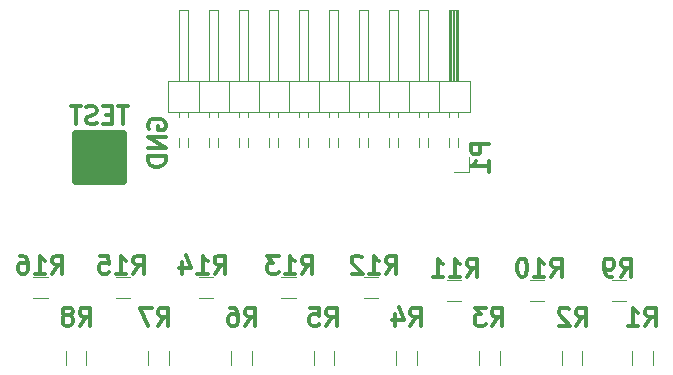
<source format=gbr>
G04 #@! TF.FileFunction,Legend,Bot*
%FSLAX46Y46*%
G04 Gerber Fmt 4.6, Leading zero omitted, Abs format (unit mm)*
G04 Created by KiCad (PCBNEW 4.0.5) date 05/28/17 12:44:24*
%MOMM*%
%LPD*%
G01*
G04 APERTURE LIST*
%ADD10C,0.150000*%
%ADD11C,0.304800*%
%ADD12C,0.120000*%
%ADD13C,0.650000*%
G04 APERTURE END LIST*
D10*
D11*
X15146000Y-3570858D02*
X15073429Y-3425715D01*
X15073429Y-3208001D01*
X15146000Y-2990286D01*
X15291143Y-2845144D01*
X15436286Y-2772572D01*
X15726571Y-2700001D01*
X15944286Y-2700001D01*
X16234571Y-2772572D01*
X16379714Y-2845144D01*
X16524857Y-2990286D01*
X16597429Y-3208001D01*
X16597429Y-3353144D01*
X16524857Y-3570858D01*
X16452286Y-3643429D01*
X15944286Y-3643429D01*
X15944286Y-3353144D01*
X16597429Y-4296572D02*
X15073429Y-4296572D01*
X16597429Y-5167429D01*
X15073429Y-5167429D01*
X16597429Y-5893143D02*
X15073429Y-5893143D01*
X15073429Y-6256000D01*
X15146000Y-6473715D01*
X15291143Y-6618857D01*
X15436286Y-6691429D01*
X15726571Y-6764000D01*
X15944286Y-6764000D01*
X16234571Y-6691429D01*
X16379714Y-6618857D01*
X16524857Y-6473715D01*
X16597429Y-6256000D01*
X16597429Y-5893143D01*
D12*
X57880000Y-23600000D02*
X57880000Y-22400000D01*
X56120000Y-22400000D02*
X56120000Y-23600000D01*
X51880000Y-23600000D02*
X51880000Y-22400000D01*
X50120000Y-22400000D02*
X50120000Y-23600000D01*
X44880000Y-23600000D02*
X44880000Y-22400000D01*
X43120000Y-22400000D02*
X43120000Y-23600000D01*
X37880000Y-23600000D02*
X37880000Y-22400000D01*
X36120000Y-22400000D02*
X36120000Y-23600000D01*
X30880000Y-23600000D02*
X30880000Y-22400000D01*
X29120000Y-22400000D02*
X29120000Y-23600000D01*
X23880000Y-23600000D02*
X23880000Y-22400000D01*
X22120000Y-22400000D02*
X22120000Y-23600000D01*
X16880000Y-23600000D02*
X16880000Y-22400000D01*
X15120000Y-22400000D02*
X15120000Y-23600000D01*
X9880000Y-23600000D02*
X9880000Y-22400000D01*
X8120000Y-22400000D02*
X8120000Y-23600000D01*
X55600000Y-16370000D02*
X54400000Y-16370000D01*
X54400000Y-18130000D02*
X55600000Y-18130000D01*
X48600000Y-16370000D02*
X47400000Y-16370000D01*
X47400000Y-18130000D02*
X48600000Y-18130000D01*
X41600000Y-16370000D02*
X40400000Y-16370000D01*
X40400000Y-18130000D02*
X41600000Y-18130000D01*
X34600000Y-16120000D02*
X33400000Y-16120000D01*
X33400000Y-17880000D02*
X34600000Y-17880000D01*
X27600000Y-16120000D02*
X26400000Y-16120000D01*
X26400000Y-17880000D02*
X27600000Y-17880000D01*
X20600000Y-16120000D02*
X19400000Y-16120000D01*
X19400000Y-17880000D02*
X20600000Y-17880000D01*
X13600000Y-16120000D02*
X12400000Y-16120000D01*
X12400000Y-17880000D02*
X13600000Y-17880000D01*
X6600000Y-16120000D02*
X5400000Y-16120000D01*
X5400000Y-17880000D02*
X6600000Y-17880000D01*
X42330000Y-2120000D02*
X39730000Y-2120000D01*
X39730000Y-2120000D02*
X39730000Y500000D01*
X39730000Y500000D02*
X42330000Y500000D01*
X42330000Y500000D02*
X42330000Y-2120000D01*
X41380000Y500000D02*
X40620000Y500000D01*
X40620000Y500000D02*
X40620000Y6500000D01*
X40620000Y6500000D02*
X41380000Y6500000D01*
X41380000Y6500000D02*
X41380000Y500000D01*
X41380000Y-2550000D02*
X41380000Y-2120000D01*
X40620000Y-2550000D02*
X40620000Y-2120000D01*
X41380000Y-5090000D02*
X41380000Y-4370000D01*
X40620000Y-5090000D02*
X40620000Y-4370000D01*
X41260000Y500000D02*
X41260000Y6500000D01*
X41140000Y500000D02*
X41140000Y6500000D01*
X41020000Y500000D02*
X41020000Y6500000D01*
X40900000Y500000D02*
X40900000Y6500000D01*
X40780000Y500000D02*
X40780000Y6500000D01*
X40660000Y500000D02*
X40660000Y6500000D01*
X39730000Y-2120000D02*
X37190000Y-2120000D01*
X37190000Y-2120000D02*
X37190000Y500000D01*
X37190000Y500000D02*
X39730000Y500000D01*
X39730000Y500000D02*
X39730000Y-2120000D01*
X38840000Y500000D02*
X38080000Y500000D01*
X38080000Y500000D02*
X38080000Y6500000D01*
X38080000Y6500000D02*
X38840000Y6500000D01*
X38840000Y6500000D02*
X38840000Y500000D01*
X38840000Y-2550000D02*
X38840000Y-2120000D01*
X38080000Y-2550000D02*
X38080000Y-2120000D01*
X38840000Y-5090000D02*
X38840000Y-4370000D01*
X38080000Y-5090000D02*
X38080000Y-4370000D01*
X37190000Y-2120000D02*
X34650000Y-2120000D01*
X34650000Y-2120000D02*
X34650000Y500000D01*
X34650000Y500000D02*
X37190000Y500000D01*
X37190000Y500000D02*
X37190000Y-2120000D01*
X36300000Y500000D02*
X35540000Y500000D01*
X35540000Y500000D02*
X35540000Y6500000D01*
X35540000Y6500000D02*
X36300000Y6500000D01*
X36300000Y6500000D02*
X36300000Y500000D01*
X36300000Y-2550000D02*
X36300000Y-2120000D01*
X35540000Y-2550000D02*
X35540000Y-2120000D01*
X36300000Y-5090000D02*
X36300000Y-4370000D01*
X35540000Y-5090000D02*
X35540000Y-4370000D01*
X34650000Y-2120000D02*
X32110000Y-2120000D01*
X32110000Y-2120000D02*
X32110000Y500000D01*
X32110000Y500000D02*
X34650000Y500000D01*
X34650000Y500000D02*
X34650000Y-2120000D01*
X33760000Y500000D02*
X33000000Y500000D01*
X33000000Y500000D02*
X33000000Y6500000D01*
X33000000Y6500000D02*
X33760000Y6500000D01*
X33760000Y6500000D02*
X33760000Y500000D01*
X33760000Y-2550000D02*
X33760000Y-2120000D01*
X33000000Y-2550000D02*
X33000000Y-2120000D01*
X33760000Y-5090000D02*
X33760000Y-4370000D01*
X33000000Y-5090000D02*
X33000000Y-4370000D01*
X32110000Y-2120000D02*
X29570000Y-2120000D01*
X29570000Y-2120000D02*
X29570000Y500000D01*
X29570000Y500000D02*
X32110000Y500000D01*
X32110000Y500000D02*
X32110000Y-2120000D01*
X31220000Y500000D02*
X30460000Y500000D01*
X30460000Y500000D02*
X30460000Y6500000D01*
X30460000Y6500000D02*
X31220000Y6500000D01*
X31220000Y6500000D02*
X31220000Y500000D01*
X31220000Y-2550000D02*
X31220000Y-2120000D01*
X30460000Y-2550000D02*
X30460000Y-2120000D01*
X31220000Y-5090000D02*
X31220000Y-4370000D01*
X30460000Y-5090000D02*
X30460000Y-4370000D01*
X29570000Y-2120000D02*
X27030000Y-2120000D01*
X27030000Y-2120000D02*
X27030000Y500000D01*
X27030000Y500000D02*
X29570000Y500000D01*
X29570000Y500000D02*
X29570000Y-2120000D01*
X28680000Y500000D02*
X27920000Y500000D01*
X27920000Y500000D02*
X27920000Y6500000D01*
X27920000Y6500000D02*
X28680000Y6500000D01*
X28680000Y6500000D02*
X28680000Y500000D01*
X28680000Y-2550000D02*
X28680000Y-2120000D01*
X27920000Y-2550000D02*
X27920000Y-2120000D01*
X28680000Y-5090000D02*
X28680000Y-4370000D01*
X27920000Y-5090000D02*
X27920000Y-4370000D01*
X27030000Y-2120000D02*
X24490000Y-2120000D01*
X24490000Y-2120000D02*
X24490000Y500000D01*
X24490000Y500000D02*
X27030000Y500000D01*
X27030000Y500000D02*
X27030000Y-2120000D01*
X26140000Y500000D02*
X25380000Y500000D01*
X25380000Y500000D02*
X25380000Y6500000D01*
X25380000Y6500000D02*
X26140000Y6500000D01*
X26140000Y6500000D02*
X26140000Y500000D01*
X26140000Y-2550000D02*
X26140000Y-2120000D01*
X25380000Y-2550000D02*
X25380000Y-2120000D01*
X26140000Y-5090000D02*
X26140000Y-4370000D01*
X25380000Y-5090000D02*
X25380000Y-4370000D01*
X24490000Y-2120000D02*
X21950000Y-2120000D01*
X21950000Y-2120000D02*
X21950000Y500000D01*
X21950000Y500000D02*
X24490000Y500000D01*
X24490000Y500000D02*
X24490000Y-2120000D01*
X23600000Y500000D02*
X22840000Y500000D01*
X22840000Y500000D02*
X22840000Y6500000D01*
X22840000Y6500000D02*
X23600000Y6500000D01*
X23600000Y6500000D02*
X23600000Y500000D01*
X23600000Y-2550000D02*
X23600000Y-2120000D01*
X22840000Y-2550000D02*
X22840000Y-2120000D01*
X23600000Y-5090000D02*
X23600000Y-4370000D01*
X22840000Y-5090000D02*
X22840000Y-4370000D01*
X21950000Y-2120000D02*
X19410000Y-2120000D01*
X19410000Y-2120000D02*
X19410000Y500000D01*
X19410000Y500000D02*
X21950000Y500000D01*
X21950000Y500000D02*
X21950000Y-2120000D01*
X21060000Y500000D02*
X20300000Y500000D01*
X20300000Y500000D02*
X20300000Y6500000D01*
X20300000Y6500000D02*
X21060000Y6500000D01*
X21060000Y6500000D02*
X21060000Y500000D01*
X21060000Y-2550000D02*
X21060000Y-2120000D01*
X20300000Y-2550000D02*
X20300000Y-2120000D01*
X21060000Y-5090000D02*
X21060000Y-4370000D01*
X20300000Y-5090000D02*
X20300000Y-4370000D01*
X19410000Y-2120000D02*
X16810000Y-2120000D01*
X16810000Y-2120000D02*
X16810000Y500000D01*
X16810000Y500000D02*
X19410000Y500000D01*
X19410000Y500000D02*
X19410000Y-2120000D01*
X18520000Y500000D02*
X17760000Y500000D01*
X17760000Y500000D02*
X17760000Y6500000D01*
X17760000Y6500000D02*
X18520000Y6500000D01*
X18520000Y6500000D02*
X18520000Y500000D01*
X18520000Y-2550000D02*
X18520000Y-2120000D01*
X17760000Y-2550000D02*
X17760000Y-2120000D01*
X18520000Y-5090000D02*
X18520000Y-4370000D01*
X17760000Y-5090000D02*
X17760000Y-4370000D01*
X41000000Y-7270000D02*
X42270000Y-7270000D01*
X42270000Y-7270000D02*
X42270000Y-6000000D01*
D13*
X9000000Y-4000000D02*
X13000000Y-4000000D01*
X13000000Y-4000000D02*
X13000000Y-8000000D01*
X13000000Y-8000000D02*
X9000000Y-8000000D01*
X9000000Y-8000000D02*
X9000000Y-4000000D01*
X9000000Y-4000000D02*
X9000000Y-4500000D01*
X9000000Y-4500000D02*
X13000000Y-4500000D01*
X13000000Y-4500000D02*
X13000000Y-5000000D01*
X13000000Y-5000000D02*
X9000000Y-5000000D01*
X9000000Y-5000000D02*
X9000000Y-5500000D01*
X9000000Y-5500000D02*
X13000000Y-5500000D01*
X13000000Y-5500000D02*
X13000000Y-6000000D01*
X13000000Y-6000000D02*
X9000000Y-6000000D01*
X9000000Y-6000000D02*
X9000000Y-6500000D01*
X9000000Y-6500000D02*
X12500000Y-6500000D01*
X12500000Y-6500000D02*
X13000000Y-6500000D01*
X13000000Y-6500000D02*
X13000000Y-7000000D01*
X13000000Y-7000000D02*
X9000000Y-7000000D01*
X9000000Y-7000000D02*
X9000000Y-7500000D01*
X9000000Y-7500000D02*
X13000000Y-7500000D01*
D11*
X57200000Y-20233429D02*
X57708000Y-19507714D01*
X58070857Y-20233429D02*
X58070857Y-18709429D01*
X57490285Y-18709429D01*
X57345143Y-18782000D01*
X57272571Y-18854571D01*
X57200000Y-18999714D01*
X57200000Y-19217429D01*
X57272571Y-19362571D01*
X57345143Y-19435143D01*
X57490285Y-19507714D01*
X58070857Y-19507714D01*
X55748571Y-20233429D02*
X56619428Y-20233429D01*
X56184000Y-20233429D02*
X56184000Y-18709429D01*
X56329143Y-18927143D01*
X56474285Y-19072286D01*
X56619428Y-19144857D01*
X51326000Y-20233429D02*
X51834000Y-19507714D01*
X52196857Y-20233429D02*
X52196857Y-18709429D01*
X51616285Y-18709429D01*
X51471143Y-18782000D01*
X51398571Y-18854571D01*
X51326000Y-18999714D01*
X51326000Y-19217429D01*
X51398571Y-19362571D01*
X51471143Y-19435143D01*
X51616285Y-19507714D01*
X52196857Y-19507714D01*
X50745428Y-18854571D02*
X50672857Y-18782000D01*
X50527714Y-18709429D01*
X50164857Y-18709429D01*
X50019714Y-18782000D01*
X49947143Y-18854571D01*
X49874571Y-18999714D01*
X49874571Y-19144857D01*
X49947143Y-19362571D01*
X50818000Y-20233429D01*
X49874571Y-20233429D01*
X44198000Y-20233429D02*
X44706000Y-19507714D01*
X45068857Y-20233429D02*
X45068857Y-18709429D01*
X44488285Y-18709429D01*
X44343143Y-18782000D01*
X44270571Y-18854571D01*
X44198000Y-18999714D01*
X44198000Y-19217429D01*
X44270571Y-19362571D01*
X44343143Y-19435143D01*
X44488285Y-19507714D01*
X45068857Y-19507714D01*
X43690000Y-18709429D02*
X42746571Y-18709429D01*
X43254571Y-19290000D01*
X43036857Y-19290000D01*
X42891714Y-19362571D01*
X42819143Y-19435143D01*
X42746571Y-19580286D01*
X42746571Y-19943143D01*
X42819143Y-20088286D01*
X42891714Y-20160857D01*
X43036857Y-20233429D01*
X43472285Y-20233429D01*
X43617428Y-20160857D01*
X43690000Y-20088286D01*
X37324000Y-20233429D02*
X37832000Y-19507714D01*
X38194857Y-20233429D02*
X38194857Y-18709429D01*
X37614285Y-18709429D01*
X37469143Y-18782000D01*
X37396571Y-18854571D01*
X37324000Y-18999714D01*
X37324000Y-19217429D01*
X37396571Y-19362571D01*
X37469143Y-19435143D01*
X37614285Y-19507714D01*
X38194857Y-19507714D01*
X36017714Y-19217429D02*
X36017714Y-20233429D01*
X36380571Y-18636857D02*
X36743428Y-19725429D01*
X35800000Y-19725429D01*
X30196000Y-20233429D02*
X30704000Y-19507714D01*
X31066857Y-20233429D02*
X31066857Y-18709429D01*
X30486285Y-18709429D01*
X30341143Y-18782000D01*
X30268571Y-18854571D01*
X30196000Y-18999714D01*
X30196000Y-19217429D01*
X30268571Y-19362571D01*
X30341143Y-19435143D01*
X30486285Y-19507714D01*
X31066857Y-19507714D01*
X28817143Y-18709429D02*
X29542857Y-18709429D01*
X29615428Y-19435143D01*
X29542857Y-19362571D01*
X29397714Y-19290000D01*
X29034857Y-19290000D01*
X28889714Y-19362571D01*
X28817143Y-19435143D01*
X28744571Y-19580286D01*
X28744571Y-19943143D01*
X28817143Y-20088286D01*
X28889714Y-20160857D01*
X29034857Y-20233429D01*
X29397714Y-20233429D01*
X29542857Y-20160857D01*
X29615428Y-20088286D01*
X23322000Y-20233429D02*
X23830000Y-19507714D01*
X24192857Y-20233429D02*
X24192857Y-18709429D01*
X23612285Y-18709429D01*
X23467143Y-18782000D01*
X23394571Y-18854571D01*
X23322000Y-18999714D01*
X23322000Y-19217429D01*
X23394571Y-19362571D01*
X23467143Y-19435143D01*
X23612285Y-19507714D01*
X24192857Y-19507714D01*
X22015714Y-18709429D02*
X22306000Y-18709429D01*
X22451143Y-18782000D01*
X22523714Y-18854571D01*
X22668857Y-19072286D01*
X22741428Y-19362571D01*
X22741428Y-19943143D01*
X22668857Y-20088286D01*
X22596285Y-20160857D01*
X22451143Y-20233429D01*
X22160857Y-20233429D01*
X22015714Y-20160857D01*
X21943143Y-20088286D01*
X21870571Y-19943143D01*
X21870571Y-19580286D01*
X21943143Y-19435143D01*
X22015714Y-19362571D01*
X22160857Y-19290000D01*
X22451143Y-19290000D01*
X22596285Y-19362571D01*
X22668857Y-19435143D01*
X22741428Y-19580286D01*
X15940000Y-20233429D02*
X16448000Y-19507714D01*
X16810857Y-20233429D02*
X16810857Y-18709429D01*
X16230285Y-18709429D01*
X16085143Y-18782000D01*
X16012571Y-18854571D01*
X15940000Y-18999714D01*
X15940000Y-19217429D01*
X16012571Y-19362571D01*
X16085143Y-19435143D01*
X16230285Y-19507714D01*
X16810857Y-19507714D01*
X15432000Y-18709429D02*
X14416000Y-18709429D01*
X15069143Y-20233429D01*
X9320000Y-20233429D02*
X9828000Y-19507714D01*
X10190857Y-20233429D02*
X10190857Y-18709429D01*
X9610285Y-18709429D01*
X9465143Y-18782000D01*
X9392571Y-18854571D01*
X9320000Y-18999714D01*
X9320000Y-19217429D01*
X9392571Y-19362571D01*
X9465143Y-19435143D01*
X9610285Y-19507714D01*
X10190857Y-19507714D01*
X8449143Y-19362571D02*
X8594285Y-19290000D01*
X8666857Y-19217429D01*
X8739428Y-19072286D01*
X8739428Y-18999714D01*
X8666857Y-18854571D01*
X8594285Y-18782000D01*
X8449143Y-18709429D01*
X8158857Y-18709429D01*
X8013714Y-18782000D01*
X7941143Y-18854571D01*
X7868571Y-18999714D01*
X7868571Y-19072286D01*
X7941143Y-19217429D01*
X8013714Y-19290000D01*
X8158857Y-19362571D01*
X8449143Y-19362571D01*
X8594285Y-19435143D01*
X8666857Y-19507714D01*
X8739428Y-19652857D01*
X8739428Y-19943143D01*
X8666857Y-20088286D01*
X8594285Y-20160857D01*
X8449143Y-20233429D01*
X8158857Y-20233429D01*
X8013714Y-20160857D01*
X7941143Y-20088286D01*
X7868571Y-19943143D01*
X7868571Y-19652857D01*
X7941143Y-19507714D01*
X8013714Y-19435143D01*
X8158857Y-19362571D01*
X55136000Y-16085429D02*
X55644000Y-15359714D01*
X56006857Y-16085429D02*
X56006857Y-14561429D01*
X55426285Y-14561429D01*
X55281143Y-14634000D01*
X55208571Y-14706571D01*
X55136000Y-14851714D01*
X55136000Y-15069429D01*
X55208571Y-15214571D01*
X55281143Y-15287143D01*
X55426285Y-15359714D01*
X56006857Y-15359714D01*
X54410285Y-16085429D02*
X54120000Y-16085429D01*
X53974857Y-16012857D01*
X53902285Y-15940286D01*
X53757143Y-15722571D01*
X53684571Y-15432286D01*
X53684571Y-14851714D01*
X53757143Y-14706571D01*
X53829714Y-14634000D01*
X53974857Y-14561429D01*
X54265143Y-14561429D01*
X54410285Y-14634000D01*
X54482857Y-14706571D01*
X54555428Y-14851714D01*
X54555428Y-15214571D01*
X54482857Y-15359714D01*
X54410285Y-15432286D01*
X54265143Y-15504857D01*
X53974857Y-15504857D01*
X53829714Y-15432286D01*
X53757143Y-15359714D01*
X53684571Y-15214571D01*
X49241715Y-16085429D02*
X49749715Y-15359714D01*
X50112572Y-16085429D02*
X50112572Y-14561429D01*
X49532000Y-14561429D01*
X49386858Y-14634000D01*
X49314286Y-14706571D01*
X49241715Y-14851714D01*
X49241715Y-15069429D01*
X49314286Y-15214571D01*
X49386858Y-15287143D01*
X49532000Y-15359714D01*
X50112572Y-15359714D01*
X47790286Y-16085429D02*
X48661143Y-16085429D01*
X48225715Y-16085429D02*
X48225715Y-14561429D01*
X48370858Y-14779143D01*
X48516000Y-14924286D01*
X48661143Y-14996857D01*
X46846857Y-14561429D02*
X46701714Y-14561429D01*
X46556571Y-14634000D01*
X46484000Y-14706571D01*
X46411429Y-14851714D01*
X46338857Y-15142000D01*
X46338857Y-15504857D01*
X46411429Y-15795143D01*
X46484000Y-15940286D01*
X46556571Y-16012857D01*
X46701714Y-16085429D01*
X46846857Y-16085429D01*
X46992000Y-16012857D01*
X47064571Y-15940286D01*
X47137143Y-15795143D01*
X47209714Y-15504857D01*
X47209714Y-15142000D01*
X47137143Y-14851714D01*
X47064571Y-14706571D01*
X46992000Y-14634000D01*
X46846857Y-14561429D01*
X42113715Y-16085429D02*
X42621715Y-15359714D01*
X42984572Y-16085429D02*
X42984572Y-14561429D01*
X42404000Y-14561429D01*
X42258858Y-14634000D01*
X42186286Y-14706571D01*
X42113715Y-14851714D01*
X42113715Y-15069429D01*
X42186286Y-15214571D01*
X42258858Y-15287143D01*
X42404000Y-15359714D01*
X42984572Y-15359714D01*
X40662286Y-16085429D02*
X41533143Y-16085429D01*
X41097715Y-16085429D02*
X41097715Y-14561429D01*
X41242858Y-14779143D01*
X41388000Y-14924286D01*
X41533143Y-14996857D01*
X39210857Y-16085429D02*
X40081714Y-16085429D01*
X39646286Y-16085429D02*
X39646286Y-14561429D01*
X39791429Y-14779143D01*
X39936571Y-14924286D01*
X40081714Y-14996857D01*
X35239715Y-15835429D02*
X35747715Y-15109714D01*
X36110572Y-15835429D02*
X36110572Y-14311429D01*
X35530000Y-14311429D01*
X35384858Y-14384000D01*
X35312286Y-14456571D01*
X35239715Y-14601714D01*
X35239715Y-14819429D01*
X35312286Y-14964571D01*
X35384858Y-15037143D01*
X35530000Y-15109714D01*
X36110572Y-15109714D01*
X33788286Y-15835429D02*
X34659143Y-15835429D01*
X34223715Y-15835429D02*
X34223715Y-14311429D01*
X34368858Y-14529143D01*
X34514000Y-14674286D01*
X34659143Y-14746857D01*
X33207714Y-14456571D02*
X33135143Y-14384000D01*
X32990000Y-14311429D01*
X32627143Y-14311429D01*
X32482000Y-14384000D01*
X32409429Y-14456571D01*
X32336857Y-14601714D01*
X32336857Y-14746857D01*
X32409429Y-14964571D01*
X33280286Y-15835429D01*
X32336857Y-15835429D01*
X28111715Y-15835429D02*
X28619715Y-15109714D01*
X28982572Y-15835429D02*
X28982572Y-14311429D01*
X28402000Y-14311429D01*
X28256858Y-14384000D01*
X28184286Y-14456571D01*
X28111715Y-14601714D01*
X28111715Y-14819429D01*
X28184286Y-14964571D01*
X28256858Y-15037143D01*
X28402000Y-15109714D01*
X28982572Y-15109714D01*
X26660286Y-15835429D02*
X27531143Y-15835429D01*
X27095715Y-15835429D02*
X27095715Y-14311429D01*
X27240858Y-14529143D01*
X27386000Y-14674286D01*
X27531143Y-14746857D01*
X26152286Y-14311429D02*
X25208857Y-14311429D01*
X25716857Y-14892000D01*
X25499143Y-14892000D01*
X25354000Y-14964571D01*
X25281429Y-15037143D01*
X25208857Y-15182286D01*
X25208857Y-15545143D01*
X25281429Y-15690286D01*
X25354000Y-15762857D01*
X25499143Y-15835429D01*
X25934571Y-15835429D01*
X26079714Y-15762857D01*
X26152286Y-15690286D01*
X20729715Y-15835429D02*
X21237715Y-15109714D01*
X21600572Y-15835429D02*
X21600572Y-14311429D01*
X21020000Y-14311429D01*
X20874858Y-14384000D01*
X20802286Y-14456571D01*
X20729715Y-14601714D01*
X20729715Y-14819429D01*
X20802286Y-14964571D01*
X20874858Y-15037143D01*
X21020000Y-15109714D01*
X21600572Y-15109714D01*
X19278286Y-15835429D02*
X20149143Y-15835429D01*
X19713715Y-15835429D02*
X19713715Y-14311429D01*
X19858858Y-14529143D01*
X20004000Y-14674286D01*
X20149143Y-14746857D01*
X17972000Y-14819429D02*
X17972000Y-15835429D01*
X18334857Y-14238857D02*
X18697714Y-15327429D01*
X17754286Y-15327429D01*
X13855715Y-15835429D02*
X14363715Y-15109714D01*
X14726572Y-15835429D02*
X14726572Y-14311429D01*
X14146000Y-14311429D01*
X14000858Y-14384000D01*
X13928286Y-14456571D01*
X13855715Y-14601714D01*
X13855715Y-14819429D01*
X13928286Y-14964571D01*
X14000858Y-15037143D01*
X14146000Y-15109714D01*
X14726572Y-15109714D01*
X12404286Y-15835429D02*
X13275143Y-15835429D01*
X12839715Y-15835429D02*
X12839715Y-14311429D01*
X12984858Y-14529143D01*
X13130000Y-14674286D01*
X13275143Y-14746857D01*
X11025429Y-14311429D02*
X11751143Y-14311429D01*
X11823714Y-15037143D01*
X11751143Y-14964571D01*
X11606000Y-14892000D01*
X11243143Y-14892000D01*
X11098000Y-14964571D01*
X11025429Y-15037143D01*
X10952857Y-15182286D01*
X10952857Y-15545143D01*
X11025429Y-15690286D01*
X11098000Y-15762857D01*
X11243143Y-15835429D01*
X11606000Y-15835429D01*
X11751143Y-15762857D01*
X11823714Y-15690286D01*
X6981715Y-15835429D02*
X7489715Y-15109714D01*
X7852572Y-15835429D02*
X7852572Y-14311429D01*
X7272000Y-14311429D01*
X7126858Y-14384000D01*
X7054286Y-14456571D01*
X6981715Y-14601714D01*
X6981715Y-14819429D01*
X7054286Y-14964571D01*
X7126858Y-15037143D01*
X7272000Y-15109714D01*
X7852572Y-15109714D01*
X5530286Y-15835429D02*
X6401143Y-15835429D01*
X5965715Y-15835429D02*
X5965715Y-14311429D01*
X6110858Y-14529143D01*
X6256000Y-14674286D01*
X6401143Y-14746857D01*
X4224000Y-14311429D02*
X4514286Y-14311429D01*
X4659429Y-14384000D01*
X4732000Y-14456571D01*
X4877143Y-14674286D01*
X4949714Y-14964571D01*
X4949714Y-15545143D01*
X4877143Y-15690286D01*
X4804571Y-15762857D01*
X4659429Y-15835429D01*
X4369143Y-15835429D01*
X4224000Y-15762857D01*
X4151429Y-15690286D01*
X4078857Y-15545143D01*
X4078857Y-15182286D01*
X4151429Y-15037143D01*
X4224000Y-14964571D01*
X4369143Y-14892000D01*
X4659429Y-14892000D01*
X4804571Y-14964571D01*
X4877143Y-15037143D01*
X4949714Y-15182286D01*
X43975429Y-4875143D02*
X42451429Y-4875143D01*
X42451429Y-5455715D01*
X42524000Y-5600857D01*
X42596571Y-5673429D01*
X42741714Y-5746000D01*
X42959429Y-5746000D01*
X43104571Y-5673429D01*
X43177143Y-5600857D01*
X43249714Y-5455715D01*
X43249714Y-4875143D01*
X43975429Y-7197429D02*
X43975429Y-6326572D01*
X43975429Y-6762000D02*
X42451429Y-6762000D01*
X42669143Y-6616857D01*
X42814286Y-6471715D01*
X42886857Y-6326572D01*
X13431143Y-1665429D02*
X12560286Y-1665429D01*
X12995715Y-3189429D02*
X12995715Y-1665429D01*
X12052286Y-2391143D02*
X11544286Y-2391143D01*
X11326572Y-3189429D02*
X12052286Y-3189429D01*
X12052286Y-1665429D01*
X11326572Y-1665429D01*
X10746000Y-3116857D02*
X10528286Y-3189429D01*
X10165429Y-3189429D01*
X10020286Y-3116857D01*
X9947715Y-3044286D01*
X9875143Y-2899143D01*
X9875143Y-2754000D01*
X9947715Y-2608857D01*
X10020286Y-2536286D01*
X10165429Y-2463714D01*
X10455715Y-2391143D01*
X10600857Y-2318571D01*
X10673429Y-2246000D01*
X10746000Y-2100857D01*
X10746000Y-1955714D01*
X10673429Y-1810571D01*
X10600857Y-1738000D01*
X10455715Y-1665429D01*
X10092857Y-1665429D01*
X9875143Y-1738000D01*
X9439714Y-1665429D02*
X8568857Y-1665429D01*
X9004286Y-3189429D02*
X9004286Y-1665429D01*
M02*

</source>
